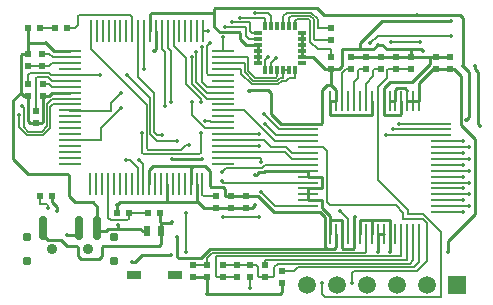
<source format=gtl>
G04 Layer_Physical_Order=1*
G04 Layer_Color=255*
%FSLAX25Y25*%
%MOIN*%
G70*
G01*
G75*
%ADD10R,0.02362X0.01969*%
%ADD11O,0.07874X0.00984*%
%ADD12O,0.00984X0.07874*%
%ADD13R,0.01200X0.02800*%
%ADD14R,0.02800X0.01200*%
%ADD15R,0.01100X0.06550*%
%ADD16R,0.06550X0.01100*%
G04:AMPARAMS|DCode=17|XSize=27.56mil|YSize=78.74mil|CornerRadius=6.89mil|HoleSize=0mil|Usage=FLASHONLY|Rotation=0.000|XOffset=0mil|YOffset=0mil|HoleType=Round|Shape=RoundedRectangle|*
%AMROUNDEDRECTD17*
21,1,0.02756,0.06496,0,0,0.0*
21,1,0.01378,0.07874,0,0,0.0*
1,1,0.01378,0.00689,-0.03248*
1,1,0.01378,-0.00689,-0.03248*
1,1,0.01378,-0.00689,0.03248*
1,1,0.01378,0.00689,0.03248*
%
%ADD17ROUNDEDRECTD17*%
G04:AMPARAMS|DCode=18|XSize=27.56mil|YSize=27.56mil|CornerRadius=6.89mil|HoleSize=0mil|Usage=FLASHONLY|Rotation=0.000|XOffset=0mil|YOffset=0mil|HoleType=Round|Shape=RoundedRectangle|*
%AMROUNDEDRECTD18*
21,1,0.02756,0.01378,0,0,0.0*
21,1,0.01378,0.02756,0,0,0.0*
1,1,0.01378,0.00689,-0.00689*
1,1,0.01378,-0.00689,-0.00689*
1,1,0.01378,-0.00689,0.00689*
1,1,0.01378,0.00689,0.00689*
%
%ADD18ROUNDEDRECTD18*%
%ADD19R,0.01969X0.02362*%
%ADD20R,0.04724X0.03150*%
%ADD21R,0.02362X0.03347*%
%ADD22C,0.01000*%
%ADD23C,0.00600*%
%ADD24C,0.05906*%
%ADD25R,0.05906X0.05906*%
%ADD26C,0.01400*%
%ADD27C,0.03543*%
D10*
X258968Y297000D02*
D03*
X255031D02*
D03*
X255000Y353000D02*
D03*
X251063D02*
D03*
X280532Y291500D02*
D03*
X284469D02*
D03*
X291032D02*
D03*
X294969D02*
D03*
X264000Y353000D02*
D03*
X260063D02*
D03*
D11*
X264787Y307921D02*
D03*
Y309890D02*
D03*
Y311858D02*
D03*
Y313827D02*
D03*
Y315795D02*
D03*
Y317764D02*
D03*
Y319732D02*
D03*
Y321701D02*
D03*
Y323669D02*
D03*
Y325638D02*
D03*
Y327606D02*
D03*
Y329575D02*
D03*
Y331543D02*
D03*
Y333512D02*
D03*
Y335480D02*
D03*
Y337449D02*
D03*
Y339417D02*
D03*
Y341386D02*
D03*
Y343354D02*
D03*
Y345323D02*
D03*
X315968Y345323D02*
D03*
Y343354D02*
D03*
Y341386D02*
D03*
Y339417D02*
D03*
Y337449D02*
D03*
Y335480D02*
D03*
Y333512D02*
D03*
Y331543D02*
D03*
Y329575D02*
D03*
Y327606D02*
D03*
Y325638D02*
D03*
Y323669D02*
D03*
Y321701D02*
D03*
Y319732D02*
D03*
Y317764D02*
D03*
Y315795D02*
D03*
Y313827D02*
D03*
Y311858D02*
D03*
Y309890D02*
D03*
Y307921D02*
D03*
D12*
X271874Y352213D02*
D03*
X273843D02*
D03*
X275811D02*
D03*
X277780D02*
D03*
X279748D02*
D03*
X281716D02*
D03*
X283685D02*
D03*
X285653D02*
D03*
X287622D02*
D03*
X289591D02*
D03*
X291559D02*
D03*
X293528D02*
D03*
X295496D02*
D03*
X297465D02*
D03*
X299433D02*
D03*
X301402D02*
D03*
X303370D02*
D03*
X305339D02*
D03*
X307307D02*
D03*
X309276D02*
D03*
X309079Y301031D02*
D03*
X307110D02*
D03*
X305142D02*
D03*
X303173D02*
D03*
X301205D02*
D03*
X299236D02*
D03*
X297268D02*
D03*
X295299D02*
D03*
X293331D02*
D03*
X291362D02*
D03*
X289394D02*
D03*
X287425D02*
D03*
X285457D02*
D03*
X283488D02*
D03*
X281520D02*
D03*
X279551D02*
D03*
X277583D02*
D03*
X275614D02*
D03*
X273646D02*
D03*
X271677D02*
D03*
D13*
X339930Y339141D02*
D03*
X337962D02*
D03*
X335993D02*
D03*
X334009D02*
D03*
X332009D02*
D03*
X330009D02*
D03*
Y353922D02*
D03*
X332009D02*
D03*
X334009D02*
D03*
X335993D02*
D03*
X337962D02*
D03*
X339930D02*
D03*
D14*
X327609Y341541D02*
D03*
Y343541D02*
D03*
Y345541D02*
D03*
Y347525D02*
D03*
Y349493D02*
D03*
Y351462D02*
D03*
X342391D02*
D03*
Y349493D02*
D03*
Y347525D02*
D03*
Y345541D02*
D03*
Y343541D02*
D03*
Y341541D02*
D03*
D15*
X381264Y284375D02*
D03*
X379295D02*
D03*
X377327D02*
D03*
X375358D02*
D03*
X373390D02*
D03*
X371421D02*
D03*
X369453D02*
D03*
X367484D02*
D03*
X365516D02*
D03*
X363547D02*
D03*
X361579D02*
D03*
X359610D02*
D03*
X357642D02*
D03*
X355673D02*
D03*
X353705D02*
D03*
X351736D02*
D03*
Y328625D02*
D03*
X353705D02*
D03*
X355673D02*
D03*
X357642D02*
D03*
X359610D02*
D03*
X361579D02*
D03*
X363547D02*
D03*
X365516D02*
D03*
X367484D02*
D03*
X369453D02*
D03*
X371421D02*
D03*
X373390D02*
D03*
X375358D02*
D03*
X377327D02*
D03*
X379295D02*
D03*
X381264D02*
D03*
D16*
X344375Y291736D02*
D03*
Y293705D02*
D03*
Y295673D02*
D03*
Y297642D02*
D03*
Y299610D02*
D03*
Y301579D02*
D03*
Y303547D02*
D03*
Y305516D02*
D03*
Y307484D02*
D03*
Y309453D02*
D03*
Y311421D02*
D03*
Y313390D02*
D03*
Y315358D02*
D03*
Y317327D02*
D03*
Y319295D02*
D03*
Y321264D02*
D03*
X388625D02*
D03*
Y319295D02*
D03*
Y317327D02*
D03*
Y315358D02*
D03*
Y313390D02*
D03*
Y311421D02*
D03*
Y309453D02*
D03*
Y307484D02*
D03*
Y305516D02*
D03*
Y303547D02*
D03*
Y301579D02*
D03*
Y299610D02*
D03*
Y297642D02*
D03*
Y295673D02*
D03*
Y293705D02*
D03*
Y291736D02*
D03*
D17*
X268000Y286524D02*
D03*
X274000D02*
D03*
X256000D02*
D03*
D18*
X250500Y275500D02*
D03*
Y283500D02*
D03*
X279500D02*
D03*
Y275500D02*
D03*
D19*
X330000Y273969D02*
D03*
Y270031D02*
D03*
X320500Y273969D02*
D03*
Y270031D02*
D03*
X325000Y273969D02*
D03*
Y270031D02*
D03*
X251000Y340531D02*
D03*
Y344468D02*
D03*
X255500Y340531D02*
D03*
Y344468D02*
D03*
X352000Y339563D02*
D03*
Y343500D02*
D03*
X352000Y353000D02*
D03*
Y349063D02*
D03*
X363500Y339531D02*
D03*
Y343468D02*
D03*
X358500Y339531D02*
D03*
Y343468D02*
D03*
X306000Y273969D02*
D03*
Y270031D02*
D03*
X310500Y273969D02*
D03*
Y270031D02*
D03*
X368500Y339531D02*
D03*
Y343468D02*
D03*
X378500Y343468D02*
D03*
Y339531D02*
D03*
X373500Y343468D02*
D03*
Y339531D02*
D03*
X335500Y271969D02*
D03*
Y268032D02*
D03*
X316000Y270031D02*
D03*
Y273969D02*
D03*
X387000Y343468D02*
D03*
Y339531D02*
D03*
X391500Y343468D02*
D03*
Y339531D02*
D03*
X253500Y321532D02*
D03*
Y325468D02*
D03*
X256000Y330532D02*
D03*
Y334469D02*
D03*
X251000Y334469D02*
D03*
Y330532D02*
D03*
X313500Y296969D02*
D03*
Y293032D02*
D03*
X323500Y296969D02*
D03*
Y293032D02*
D03*
X318500Y296969D02*
D03*
Y293032D02*
D03*
D20*
X299890Y270717D02*
D03*
X286110D02*
D03*
D21*
X295362Y285579D02*
D03*
X290638D02*
D03*
D22*
X359221Y279500D02*
X359610Y279890D01*
X356000Y279500D02*
X359221D01*
X359610Y279890D02*
Y284375D01*
X355673Y279827D02*
X356000Y279500D01*
X355673Y279827D02*
Y284375D01*
X298638Y288138D02*
X299000Y288500D01*
X295362Y288138D02*
X298638D01*
X299000Y309500D02*
X309000D01*
X294969Y291500D02*
X295000Y291469D01*
Y288500D02*
Y291469D01*
Y288500D02*
X295362Y288138D01*
Y285579D02*
Y288138D01*
X332764Y291736D02*
X344375D01*
X327532Y296969D02*
X332764Y291736D01*
X323500Y296969D02*
X327532D01*
X344375Y303547D02*
X344422Y303500D01*
X349000D01*
Y299721D02*
Y303500D01*
X348890Y299610D02*
X349000Y299721D01*
X344375Y299610D02*
X348890D01*
X344375Y297642D02*
Y299610D01*
Y295673D02*
Y297642D01*
X294724Y280500D02*
X295362Y281138D01*
X276000Y280500D02*
X294724D01*
X295362Y281138D02*
Y285579D01*
X275500Y280000D02*
X276000Y280500D01*
X275500Y277000D02*
Y280000D01*
X274500Y276000D02*
X275500Y277000D01*
X268500Y276000D02*
X274500D01*
X267500Y277000D02*
X268500Y276000D01*
X267500Y277000D02*
Y280000D01*
X267000Y280500D02*
X267500Y280000D01*
X264000Y280500D02*
X267000D01*
X262000Y282500D02*
X264000Y280500D01*
X257500Y282500D02*
X262000D01*
X256000Y284000D02*
X257500Y282500D01*
X256000Y284000D02*
Y286524D01*
X264020Y284000D02*
X268000D01*
Y286524D01*
X386968Y339500D02*
X387000Y339531D01*
X365516Y324000D02*
Y328625D01*
X351736Y324264D02*
Y328625D01*
X369453Y324000D02*
X375000D01*
X369453D02*
Y328625D01*
X375000Y324000D02*
X375358Y324358D01*
Y328625D01*
X376500Y333000D02*
X377327Y332173D01*
X374000Y333000D02*
X376500D01*
X373390Y332390D02*
X374000Y333000D01*
X373390Y328625D02*
Y332390D01*
X371421Y328625D02*
X373390D01*
X377327D02*
X379295D01*
X381264D01*
X352000Y334000D02*
Y339563D01*
Y334000D02*
X353705Y332295D01*
Y328625D02*
Y332295D01*
X387000Y339531D02*
X391500D01*
X387000Y343468D02*
X391500D01*
X363500Y343468D02*
X368500D01*
X358500D02*
X363500D01*
X350500Y279500D02*
X353000D01*
X350000Y280000D02*
X350500Y279500D01*
X350000Y280000D02*
Y290000D01*
X348264Y291736D02*
X350000Y290000D01*
X344375Y291736D02*
X348264D01*
X353000Y279500D02*
X353705Y280205D01*
Y284375D01*
X335500Y265000D02*
Y268032D01*
X335000Y264500D02*
X335500Y265000D01*
X311000Y264500D02*
X335000D01*
X371421Y284375D02*
Y289000D01*
X361579D02*
X371421D01*
X361579Y284375D02*
Y289000D01*
X355673Y284375D02*
Y288827D01*
X355500Y289000D02*
X355673Y288827D01*
X352000Y289000D02*
X355500D01*
X351736Y284375D02*
Y288736D01*
X352000Y289000D01*
X367484Y284375D02*
X369453D01*
X365516D02*
Y288484D01*
X310500Y265000D02*
Y270031D01*
X306000D02*
X310500D01*
X251000Y348000D02*
Y352937D01*
Y344468D02*
Y348000D01*
X257000D01*
X259677Y345323D01*
X264787D01*
X292500Y307000D02*
X306000D01*
X291362Y305862D02*
X292500Y307000D01*
X291362Y301031D02*
Y305862D01*
X307500Y295000D02*
X309469Y293032D01*
X307000Y295000D02*
X307500D01*
X307000D02*
X307110Y295110D01*
X297268Y295000D02*
Y301031D01*
X318468Y297000D02*
X318500Y296969D01*
X316500Y297000D02*
X318468D01*
X316500D02*
Y299500D01*
X316000Y300000D02*
X316500Y299500D01*
X312000Y300000D02*
X316000D01*
X311500Y300500D02*
X312000Y300000D01*
X311500Y300500D02*
Y305500D01*
X310000Y307000D02*
X311500Y305500D01*
X306000Y307000D02*
X310000D01*
X305142Y306142D02*
X306000Y307000D01*
X305142Y301031D02*
Y306142D01*
X309469Y293032D02*
X313500D01*
X307110Y295110D02*
Y301031D01*
X318500Y296969D02*
X323500D01*
X318500Y293032D02*
X323500D01*
X313500D02*
X318500D01*
X248969Y344468D02*
X251000D01*
X248500Y344000D02*
X248969Y344468D01*
X248500Y331500D02*
X249468Y330532D01*
X251000D01*
X349937Y339563D02*
X352000D01*
X345959Y343541D02*
X349937Y339563D01*
X342391Y343541D02*
X345959D01*
X327609Y345541D02*
Y347525D01*
Y343541D02*
Y345541D01*
Y341541D02*
Y343541D01*
X342391Y349493D02*
Y351462D01*
Y347525D02*
Y349493D01*
Y345541D02*
Y347525D01*
Y343541D02*
Y345541D01*
X259043Y331543D02*
X264787D01*
X258032Y330532D02*
X259043Y331543D01*
X256000Y330532D02*
X258032D01*
X256000Y322000D02*
Y330532D01*
X255532Y321532D02*
X256000Y322000D01*
X253500Y321532D02*
X255532D01*
X251468D02*
X253500D01*
X251000Y322000D02*
X251468Y321532D01*
X251000Y322000D02*
Y330532D01*
X397000Y322500D02*
X398000Y323500D01*
Y338500D01*
X396000Y340500D02*
X398000Y338500D01*
X399969Y340531D02*
X400000Y340500D01*
Y339500D02*
Y340500D01*
Y339500D02*
X401000Y338500D01*
Y321000D02*
Y338500D01*
Y321000D02*
X401500Y320500D01*
X367500Y347500D02*
X369000D01*
X370500Y346000D01*
X382000D02*
X382500Y345500D01*
X366000Y346000D02*
X367500Y347500D01*
X355500Y340500D02*
Y346000D01*
X354563Y339563D02*
X355500Y340500D01*
X352000Y339563D02*
X354563D01*
X361500Y346000D02*
Y348000D01*
X369000Y355500D01*
X392000D01*
X355500Y346000D02*
X361500D01*
X366000D01*
X323475Y347525D02*
X327609D01*
X321500Y349500D02*
X323475Y347525D01*
X321500Y349500D02*
Y351500D01*
X321300Y351700D02*
X321500Y351500D01*
X314800Y351700D02*
X321300D01*
X313000Y353500D02*
X314800Y351700D01*
X313000Y353500D02*
Y357000D01*
X292000Y358000D02*
X313000D01*
X291559Y357559D02*
X292000Y358000D01*
X291559Y352213D02*
Y357559D01*
X293528Y346028D02*
Y352213D01*
X293000Y345500D02*
X293528Y346028D01*
X344375Y303547D02*
Y305516D01*
X327500Y304500D02*
Y305200D01*
X327000Y304000D02*
X327500Y304500D01*
X326500Y304000D02*
X327000D01*
X344375Y295673D02*
X348827D01*
X349000Y295500D01*
Y293121D02*
Y295500D01*
Y293121D02*
X351736Y290385D01*
Y288736D02*
Y290385D01*
X344375Y321264D02*
X348736D01*
X352000Y334000D02*
X352000Y334000D01*
X350500Y334000D02*
X352000D01*
X349000Y332500D02*
X350500Y334000D01*
X349000Y321528D02*
Y332500D01*
X348736Y321264D02*
X349000Y321528D01*
X371421Y278579D02*
Y284375D01*
X367484Y278516D02*
Y284375D01*
X359610D02*
Y289610D01*
X360000Y290000D01*
X330016Y305516D02*
X344375D01*
X329700Y305200D02*
X330016Y305516D01*
X327500Y305200D02*
X329700D01*
X311500Y279500D02*
X350500D01*
X308500Y276500D02*
X311500Y279500D01*
X301000Y276500D02*
X308500D01*
X300500Y277000D02*
X301000Y276500D01*
X300500Y277000D02*
Y283500D01*
X274000Y286524D02*
X275000Y285524D01*
X277024D01*
X277500Y286000D01*
X288500D02*
X289000Y285500D01*
X290559D01*
X290638Y285579D01*
X248500Y331500D02*
Y344000D01*
X246000Y329000D02*
X248500Y331500D01*
X246000Y309500D02*
Y329000D01*
Y309500D02*
X251000Y304500D01*
X274000Y286524D02*
Y293500D01*
X272500Y295000D02*
X274000Y293500D01*
X266500Y295000D02*
X272500D01*
X264500Y297000D02*
X266500Y295000D01*
X264500Y297000D02*
Y304000D01*
X251000Y304500D02*
X264000D01*
X264500Y304000D01*
X285500Y275000D02*
X286500D01*
X289000Y277500D01*
X298500D01*
X280532Y291500D02*
Y294032D01*
X281500Y295000D01*
X307000D01*
X281000Y286000D02*
Y287500D01*
X277500Y286000D02*
X281000D01*
X288500D01*
X323500Y293032D02*
X325532D01*
X326500Y294000D01*
X381264Y328625D02*
Y334764D01*
X386000Y339500D01*
X386968D01*
X369453Y328625D02*
Y332953D01*
X371500Y335000D01*
X379000D01*
X385000Y341000D01*
Y343468D01*
X387000D01*
X351736Y324264D02*
X352000Y324000D01*
X365516D01*
X351736Y328625D02*
X353705D01*
X378500Y343468D02*
Y343468D01*
Y346000D01*
X368500Y343468D02*
X378500D01*
X385000D01*
X370500Y346000D02*
X382000D01*
X396000Y340500D02*
Y356500D01*
X395000Y357500D02*
X396000Y356500D01*
X380500Y357500D02*
X395000D01*
X391500Y339531D02*
X392969D01*
X395300Y337200D01*
Y320800D02*
Y337200D01*
Y320800D02*
X400000Y316100D01*
Y291000D02*
Y316100D01*
X391000Y282000D02*
X400000Y291000D01*
X391000Y278500D02*
Y282000D01*
X258968Y295031D02*
Y297000D01*
Y295031D02*
X260500Y293500D01*
Y292000D02*
Y293500D01*
X313000Y357000D02*
Y359500D01*
X313200Y359700D01*
X347300D01*
X349500Y357500D01*
X380500D01*
X335236Y321264D02*
X344375D01*
X332000Y324500D02*
X335236Y321264D01*
X332000Y324500D02*
Y331500D01*
X331000Y332500D02*
X332000Y331500D01*
X325000Y332500D02*
X331000D01*
X324500Y332000D02*
X325000Y332500D01*
D23*
X289591Y339591D02*
Y352213D01*
X305500Y324000D02*
X309768Y319732D01*
X305500Y324000D02*
Y328500D01*
X298500D02*
Y345500D01*
X297465Y346535D02*
X298500Y345500D01*
X296500Y327000D02*
Y345000D01*
X295496Y346004D02*
X296500Y345000D01*
X303500Y334500D02*
X308500Y329500D01*
Y328500D02*
Y329500D01*
X310000Y322000D02*
X311500D01*
X311799Y321701D01*
X315968D01*
X278500Y328000D02*
X282000Y331500D01*
X278500Y325500D02*
Y328000D01*
X275205Y319705D02*
X282000Y326500D01*
X275205Y315795D02*
Y319705D01*
X294000Y317500D02*
X295500D01*
X293000Y318500D02*
X294000Y317500D01*
X293000Y318500D02*
Y331500D01*
X287622Y336878D02*
X293000Y331500D01*
X287622Y336878D02*
Y352213D01*
X264787Y337449D02*
X274949D01*
X284000Y337500D02*
X291600Y329900D01*
Y317900D02*
Y329900D01*
Y317900D02*
X294000Y315500D01*
X300500D01*
X271874Y346126D02*
Y352213D01*
Y346126D02*
X290500Y327500D01*
Y313000D02*
Y327500D01*
Y313000D02*
X291000Y312500D01*
X302000D01*
X303500Y314000D01*
X304500D01*
X264787Y315795D02*
X275205D01*
X305500Y334500D02*
X310425Y329575D01*
X307000Y335000D02*
Y345000D01*
Y335000D02*
X310457Y331543D01*
X305500Y334500D02*
Y343500D01*
X308750Y335250D02*
X310488Y333512D01*
X308750Y335250D02*
Y346750D01*
X303500Y334500D02*
Y343000D01*
X308500Y311500D02*
Y318000D01*
X308000Y311000D02*
X308500Y311500D01*
X289500Y311000D02*
X308000D01*
X289000Y311500D02*
X289500Y311000D01*
X289000Y311500D02*
Y318000D01*
X303500Y278500D02*
Y291500D01*
X370173Y317327D02*
X388625D01*
X372705Y319295D02*
X388625D01*
X374736Y321264D02*
X388625D01*
Y291736D02*
X396000D01*
X388625Y295673D02*
X396000D01*
X388625Y293705D02*
X398000D01*
X388625Y297642D02*
X398000D01*
X388625Y299610D02*
X395890D01*
X388625Y301579D02*
X397921D01*
X388625Y303547D02*
X395953D01*
X388625Y305516D02*
X397984D01*
X388625Y307484D02*
X395984D01*
X388625Y309453D02*
X397953D01*
X388625Y311421D02*
X395921D01*
X388625Y313390D02*
X397890D01*
X388625Y315358D02*
X396000D01*
X355000Y292000D02*
X357642Y289358D01*
Y284375D02*
Y289358D01*
X328500Y308500D02*
Y309500D01*
X328110Y309890D02*
X328500Y309500D01*
X315968Y309890D02*
X328110D01*
X328500Y298500D02*
X333295Y293705D01*
X344375D01*
X330009Y342509D02*
X330500Y343000D01*
X330009Y339141D02*
Y342509D01*
X309768Y319732D02*
X315968D01*
X295496Y346004D02*
Y352213D01*
X297465Y346535D02*
Y352213D01*
X299433Y347067D02*
X303500Y343000D01*
X299433Y347067D02*
Y352213D01*
X329500Y324500D02*
X334705Y319295D01*
X344375D01*
X330000Y321000D02*
X333673Y317327D01*
X344375D01*
X333142Y315358D02*
X344375D01*
X322862Y325638D02*
X333142Y315358D01*
X315968Y325638D02*
X322862D01*
X315968Y317764D02*
X328000D01*
X315968Y313827D02*
X328000D01*
X315968Y315795D02*
X329705D01*
X332000Y313500D01*
X337000D01*
X339079Y311421D01*
X344375D01*
X339047Y309453D02*
X344375D01*
X336642Y311858D02*
X339047Y309453D01*
X315968Y311858D02*
X336642D01*
X309276Y352213D02*
X311000D01*
X310425Y329575D02*
X315968D01*
X310457Y331543D02*
X315968D01*
X310488Y333512D02*
X315968D01*
X365000Y348000D02*
X367500Y350500D01*
X392000D01*
X283500Y309000D02*
X285000D01*
X287425Y306575D01*
X316500Y353500D02*
X323500D01*
Y350500D02*
Y353500D01*
Y350500D02*
X324507Y349493D01*
X327609D01*
X319000Y355000D02*
X325000D01*
Y352000D02*
Y355000D01*
Y352000D02*
X325538Y351462D01*
X327609D01*
X287425Y301031D02*
Y306575D01*
X288000Y309000D02*
X289394Y307606D01*
Y301031D02*
Y307606D01*
X338070Y336570D02*
X339930D01*
X336900Y335400D02*
X338070Y336570D01*
X339930D02*
Y339141D01*
X335511Y335400D02*
X336900D01*
X334411Y334300D02*
X335511Y335400D01*
X325589Y334300D02*
X334411D01*
X322009Y337880D02*
X325589Y334300D01*
X322009Y337880D02*
Y339326D01*
X321917Y339417D02*
X322009Y339326D01*
X315968Y339417D02*
X321917D01*
X335993Y339141D02*
X336000Y339134D01*
Y336500D02*
Y339134D01*
X335056Y336500D02*
X336000D01*
X333956Y335400D02*
X335056Y336500D01*
X326044Y335400D02*
X333956D01*
X323109Y338336D02*
X326044Y335400D01*
X323109Y338336D02*
Y341272D01*
X322994Y341386D02*
X323109Y341272D01*
X315968Y341386D02*
X322994D01*
X334009Y337009D02*
Y339141D01*
X333500Y336500D02*
X334009Y337009D01*
X326500Y336500D02*
X333500D01*
X324209Y338791D02*
X326500Y336500D01*
X324209Y338791D02*
Y343000D01*
X323854Y343354D02*
X324209Y343000D01*
X315968Y343354D02*
X323854D01*
X332009Y341509D02*
X333500Y343000D01*
X332009Y339141D02*
Y341509D01*
X310500Y347000D02*
X311500Y348000D01*
X310500Y338000D02*
Y347000D01*
Y338000D02*
X311051Y337449D01*
X315968D01*
X249000Y327000D02*
X249500Y326500D01*
Y320000D02*
Y326500D01*
X321500Y356500D02*
X330000D01*
X330009Y356491D01*
Y353922D02*
Y356491D01*
X326500Y358000D02*
X331000D01*
X332009Y356991D01*
Y353922D02*
Y356991D01*
X248000Y319944D02*
Y324000D01*
Y319944D02*
X250544Y317400D01*
X249500Y320000D02*
X251000Y318500D01*
X315968Y345323D02*
Y349969D01*
X264925Y325500D02*
X278500D01*
X264787Y325638D02*
X264925Y325500D01*
X250544Y317400D02*
X255956D01*
X258400Y319844D01*
Y326900D01*
X259106Y327606D01*
X264787D01*
X251000Y318500D02*
X255500D01*
X257300Y320300D01*
Y327800D01*
X259075Y329575D01*
X264787D01*
X335993Y339141D02*
X337962D01*
X372031Y348532D02*
X381500D01*
X285653Y352213D02*
Y356846D01*
X285000Y357500D02*
X285653Y356846D01*
X268000Y357500D02*
X285000D01*
X267500Y357000D02*
X268000Y357500D01*
X267500Y354000D02*
Y357000D01*
X266500Y353000D02*
X267500Y354000D01*
X264000Y353000D02*
X266500D01*
X373500Y339531D02*
X378500D01*
X371031D02*
X373500D01*
X370500Y339000D02*
X371031Y339531D01*
X370500Y336500D02*
Y339000D01*
X367484Y333484D02*
X370500Y336500D01*
X367484Y328625D02*
Y333484D01*
X366531Y339531D02*
X368500D01*
X366000Y339000D02*
X366531Y339531D01*
X366000Y336953D02*
Y339000D01*
X363547Y334500D02*
X366000Y336953D01*
X363547Y328625D02*
Y334500D01*
X361531Y339531D02*
X363500D01*
X361000Y339000D02*
X361531Y339531D01*
X361000Y336500D02*
Y339000D01*
X359610Y335110D02*
X361000Y336500D01*
X359610Y328625D02*
Y335110D01*
X357031Y339531D02*
X358500D01*
X355673Y338173D02*
X357031Y339531D01*
X355673Y328625D02*
Y338173D01*
X310500Y273969D02*
Y276500D01*
X312100Y278100D01*
X363100D01*
X363547Y278547D01*
Y284375D01*
X375358Y277000D02*
Y284375D01*
X313500Y277000D02*
X375358D01*
X330000Y275900D02*
X377327D01*
X330000Y273969D02*
Y275900D01*
X334100Y274600D02*
X378191D01*
X333000Y273500D02*
X334100Y274600D01*
X333000Y270500D02*
Y273500D01*
X332531Y270031D02*
X333000Y270500D01*
X330000Y270031D02*
X332531D01*
X335500Y272000D02*
X339500D01*
X339500Y272000D02*
X341000Y273500D01*
X379500D02*
X381264Y275264D01*
X341000Y273500D02*
X379500D01*
X381264Y275264D02*
Y284375D01*
X378191Y274600D02*
X379295Y275705D01*
X313500Y270500D02*
Y277000D01*
Y270500D02*
X313968Y270031D01*
X316000D01*
X377327Y276027D02*
Y284375D01*
X379295Y275705D02*
Y284375D01*
X309531Y296969D02*
X313500D01*
X309079Y297421D02*
X309531Y296969D01*
X309079Y297421D02*
Y301031D01*
X325000Y266500D02*
Y270031D01*
X316000Y270031D02*
X320500D01*
X284469Y291500D02*
X291032D01*
X284469Y289469D02*
Y291500D01*
X284000Y289000D02*
X284469Y289469D01*
X278500Y289000D02*
X284000D01*
X277583Y289917D02*
X278500Y289000D01*
X277583Y289917D02*
Y301031D01*
X352000Y343500D02*
Y346000D01*
X347500D02*
X352000D01*
X345000Y348500D02*
X347500Y346000D01*
X345000Y348500D02*
Y355500D01*
X347500Y353000D02*
X352000D01*
X347500D02*
Y356111D01*
X345376Y358235D02*
X347500Y356111D01*
X337235Y358235D02*
X345376D01*
X335993Y356993D02*
X337235Y358235D01*
X335993Y353922D02*
Y356993D01*
X351937Y349000D02*
X352000Y349063D01*
X346500Y349000D02*
X351937D01*
X346100Y349400D02*
X346500Y349000D01*
X346100Y349400D02*
Y355956D01*
X344921Y357135D02*
X346100Y355956D01*
X338635Y357135D02*
X344921D01*
X337962Y356462D02*
X338635Y357135D01*
X337962Y353922D02*
Y356462D01*
X344465Y356035D02*
X345000Y355500D01*
X340465Y356035D02*
X344465D01*
X339930Y355500D02*
X340465Y356035D01*
X339930Y353922D02*
Y355500D01*
X316000Y273969D02*
X327031D01*
X327563Y273437D01*
Y270500D02*
Y273437D01*
Y270500D02*
X328031Y270031D01*
X330000D01*
X306000Y273969D02*
X310500D01*
X255000Y353000D02*
X260063D01*
X256000Y334469D02*
X258032D01*
X258988Y333512D01*
X264787D01*
X253500Y336500D02*
X253900Y336900D01*
X253500Y325468D02*
Y336500D01*
X253900Y336900D02*
X257544D01*
X258964Y335480D01*
X264787D01*
X251500Y338000D02*
X258000D01*
X251000Y337500D02*
X251500Y338000D01*
X258000D02*
X258551Y337449D01*
X251000Y335469D02*
Y337500D01*
X258551Y337449D02*
X264787D01*
X255500Y344468D02*
X255532Y344500D01*
X258000D01*
X259146Y343354D01*
X264787D01*
X255500Y340531D02*
X258032D01*
X258886Y341386D01*
X264787D01*
X251000Y340531D02*
X255500D01*
X329984Y307484D02*
X344375D01*
X315500Y305000D02*
X317000Y306500D01*
X329000D01*
X329984Y307484D01*
X315500Y302000D02*
X315921Y301579D01*
X344375D01*
Y313390D02*
X349110D01*
X350500Y312000D01*
Y295000D02*
Y312000D01*
Y295000D02*
X351500Y294000D01*
X373500D01*
X376000Y291500D01*
Y289500D02*
Y291500D01*
Y289500D02*
X382500D01*
X384000Y288000D01*
Y275500D02*
Y288000D01*
X380500Y272000D02*
X384000Y275500D01*
X359500Y272000D02*
X380500D01*
X359000Y271500D02*
X359500Y272000D01*
X359000Y268000D02*
Y271500D01*
X316000Y290000D02*
X328000D01*
X367484Y302516D02*
Y328625D01*
Y302516D02*
X377500Y292500D01*
Y291000D02*
Y292500D01*
Y291000D02*
X382556D01*
X385100Y288456D01*
Y288400D02*
Y288456D01*
Y288400D02*
X388500Y285000D01*
Y263500D02*
Y285000D01*
X350000Y263500D02*
X388500D01*
X349000Y264500D02*
X350000Y263500D01*
X349000Y264500D02*
Y268000D01*
X255031Y294531D02*
Y297000D01*
Y294531D02*
X255063Y294500D01*
X257000D01*
X257500Y294000D01*
Y293000D02*
Y294000D01*
D24*
X344000Y267500D02*
D03*
X354000D02*
D03*
X364000D02*
D03*
X374000D02*
D03*
X384000D02*
D03*
D25*
X394000D02*
D03*
D26*
X289591Y339591D02*
D03*
X305500Y328500D02*
D03*
X298500D02*
D03*
X296500Y327000D02*
D03*
X308500Y328500D02*
D03*
X282000Y326500D02*
D03*
Y331500D02*
D03*
X295500Y317500D02*
D03*
X284000Y337500D02*
D03*
X274949Y337449D02*
D03*
X300500Y315500D02*
D03*
X304500Y314000D02*
D03*
X289000Y318000D02*
D03*
X299000Y288500D02*
D03*
Y309500D02*
D03*
X309000D02*
D03*
X303500Y278500D02*
D03*
Y291500D02*
D03*
X328000Y290000D02*
D03*
X370173Y317327D02*
D03*
X372705Y319295D02*
D03*
X374736Y321264D02*
D03*
X396000Y291736D02*
D03*
Y295673D02*
D03*
X398000Y293705D02*
D03*
Y297642D02*
D03*
X395890Y299610D02*
D03*
X397921Y301579D02*
D03*
X395953Y303547D02*
D03*
X397984Y305516D02*
D03*
X395984Y307484D02*
D03*
X397953Y309453D02*
D03*
X395921Y311421D02*
D03*
X397890Y313390D02*
D03*
X396000Y315358D02*
D03*
X308500Y318000D02*
D03*
X310000Y322000D02*
D03*
X355000Y292000D02*
D03*
X328500Y308500D02*
D03*
Y298500D02*
D03*
X331000Y343500D02*
D03*
X333500Y343000D02*
D03*
X315500Y305000D02*
D03*
Y302000D02*
D03*
X329500Y324500D02*
D03*
X330000Y321000D02*
D03*
X328000Y317764D02*
D03*
Y313827D02*
D03*
X311000Y352213D02*
D03*
X305500Y343500D02*
D03*
X307000Y345000D02*
D03*
X308750Y346750D02*
D03*
X365000Y348000D02*
D03*
X392000Y350500D02*
D03*
X283500Y309000D02*
D03*
X316500Y353500D02*
D03*
X319000Y355000D02*
D03*
X288000Y309000D02*
D03*
X311500Y348000D02*
D03*
X249000Y327000D02*
D03*
X321500Y356500D02*
D03*
X326500Y358000D02*
D03*
X248000Y324000D02*
D03*
X316000Y350000D02*
D03*
X381500Y348532D02*
D03*
X371831Y348331D02*
D03*
X264000Y284020D02*
D03*
X310500Y264500D02*
D03*
X325000Y266500D02*
D03*
X397000Y322500D02*
D03*
X396000Y340500D02*
D03*
X399969Y340531D02*
D03*
X401500Y320500D02*
D03*
X367500Y347500D02*
D03*
X382500Y345500D02*
D03*
X392000Y355500D02*
D03*
X257000Y348000D02*
D03*
X293000Y345500D02*
D03*
X330500Y294000D02*
D03*
X326500Y304000D02*
D03*
X371421Y278579D02*
D03*
X360000Y290000D02*
D03*
X367484Y278516D02*
D03*
X359000Y268000D02*
D03*
X300500Y283500D02*
D03*
X298500Y277500D02*
D03*
X285500Y275000D02*
D03*
X281000Y287500D02*
D03*
X280500Y294000D02*
D03*
X316000Y290000D02*
D03*
X326500Y294000D02*
D03*
X349000Y268000D02*
D03*
X380500Y357500D02*
D03*
X391000Y278500D02*
D03*
X257500Y293000D02*
D03*
X260500Y292000D02*
D03*
X324500Y332000D02*
D03*
D27*
X259000Y279500D02*
D03*
X271000D02*
D03*
M02*

</source>
